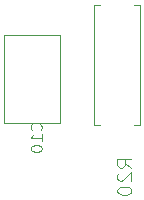
<source format=gbr>
%TF.GenerationSoftware,KiCad,Pcbnew,(5.1.9)-1*%
%TF.CreationDate,2021-09-07T19:05:13+00:00*%
%TF.ProjectId,CZTBoardV3,435a5442-6f61-4726-9456-332e6b696361,rev?*%
%TF.SameCoordinates,Original*%
%TF.FileFunction,Legend,Bot*%
%TF.FilePolarity,Positive*%
%FSLAX46Y46*%
G04 Gerber Fmt 4.6, Leading zero omitted, Abs format (unit mm)*
G04 Created by KiCad (PCBNEW (5.1.9)-1) date 2021-09-07 19:05:13*
%MOMM*%
%LPD*%
G01*
G04 APERTURE LIST*
%ADD10C,0.120000*%
%ADD11C,0.096520*%
%ADD12C,0.077216*%
G04 APERTURE END LIST*
D10*
%TO.C,R20*%
X134230000Y-131370000D02*
X134710000Y-131370000D01*
X134710000Y-131370000D02*
X134710000Y-121230000D01*
X134710000Y-121230000D02*
X134230000Y-121230000D01*
X131350000Y-131370000D02*
X130870000Y-131370000D01*
X130870000Y-131370000D02*
X130870000Y-121230000D01*
X130870000Y-121230000D02*
X131350000Y-121230000D01*
%TO.C,C10*%
X127960000Y-131170000D02*
X127960000Y-123730000D01*
X123220000Y-131170000D02*
X123220000Y-123730000D01*
X127960000Y-131170000D02*
X123220000Y-131170000D01*
X127960000Y-123730000D02*
X123220000Y-123730000D01*
%TO.C,R20*%
D11*
X134002547Y-134959428D02*
X133428023Y-134557261D01*
X134002547Y-134269999D02*
X132796047Y-134269999D01*
X132796047Y-134729618D01*
X132853500Y-134844523D01*
X132910952Y-134901976D01*
X133025857Y-134959428D01*
X133198214Y-134959428D01*
X133313119Y-134901976D01*
X133370571Y-134844523D01*
X133428023Y-134729618D01*
X133428023Y-134269999D01*
X132910952Y-135419047D02*
X132853500Y-135476499D01*
X132796047Y-135591404D01*
X132796047Y-135878666D01*
X132853500Y-135993571D01*
X132910952Y-136051023D01*
X133025857Y-136108476D01*
X133140761Y-136108476D01*
X133313119Y-136051023D01*
X134002547Y-135361595D01*
X134002547Y-136108476D01*
X132796047Y-136855357D02*
X132796047Y-136970261D01*
X132853500Y-137085166D01*
X132910952Y-137142618D01*
X133025857Y-137200071D01*
X133255666Y-137257523D01*
X133542928Y-137257523D01*
X133772738Y-137200071D01*
X133887642Y-137142618D01*
X133945095Y-137085166D01*
X134002547Y-136970261D01*
X134002547Y-136855357D01*
X133945095Y-136740452D01*
X133887642Y-136682999D01*
X133772738Y-136625547D01*
X133542928Y-136568095D01*
X133255666Y-136568095D01*
X133025857Y-136625547D01*
X132910952Y-136682999D01*
X132853500Y-136740452D01*
X132796047Y-136855357D01*
%TO.C,C10*%
D12*
X126327114Y-131781542D02*
X126373076Y-131735580D01*
X126419038Y-131597695D01*
X126419038Y-131505771D01*
X126373076Y-131367885D01*
X126281152Y-131275961D01*
X126189228Y-131229999D01*
X126005380Y-131184038D01*
X125867495Y-131184038D01*
X125683647Y-131229999D01*
X125591723Y-131275961D01*
X125499800Y-131367885D01*
X125453838Y-131505771D01*
X125453838Y-131597695D01*
X125499800Y-131735580D01*
X125545761Y-131781542D01*
X126419038Y-132700780D02*
X126419038Y-132149238D01*
X126419038Y-132425009D02*
X125453838Y-132425009D01*
X125591723Y-132333085D01*
X125683647Y-132241161D01*
X125729609Y-132149238D01*
X125453838Y-133298285D02*
X125453838Y-133390209D01*
X125499800Y-133482133D01*
X125545761Y-133528095D01*
X125637685Y-133574057D01*
X125821533Y-133620018D01*
X126051342Y-133620018D01*
X126235190Y-133574057D01*
X126327114Y-133528095D01*
X126373076Y-133482133D01*
X126419038Y-133390209D01*
X126419038Y-133298285D01*
X126373076Y-133206361D01*
X126327114Y-133160399D01*
X126235190Y-133114438D01*
X126051342Y-133068476D01*
X125821533Y-133068476D01*
X125637685Y-133114438D01*
X125545761Y-133160399D01*
X125499800Y-133206361D01*
X125453838Y-133298285D01*
%TD*%
M02*

</source>
